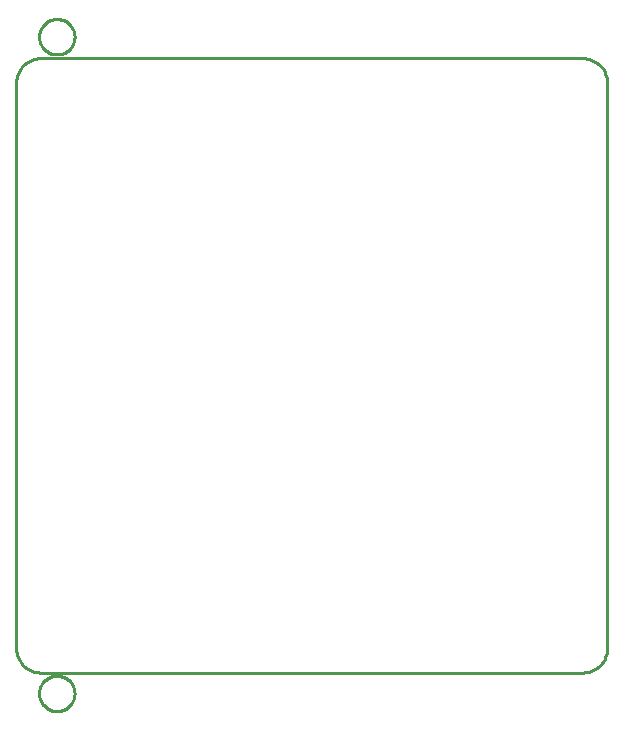
<source format=gbr>
G04 EAGLE Gerber RS-274X export*
G75*
%MOMM*%
%FSLAX34Y34*%
%LPD*%
%IN*%
%IPPOS*%
%AMOC8*
5,1,8,0,0,1.08239X$1,22.5*%
G01*
%ADD10C,0.254000*%


D10*
X0Y20000D02*
X76Y18257D01*
X304Y16527D01*
X681Y14824D01*
X1206Y13160D01*
X1874Y11548D01*
X2680Y10000D01*
X3617Y8528D01*
X4679Y7144D01*
X5858Y5858D01*
X7144Y4679D01*
X8528Y3617D01*
X10000Y2680D01*
X11548Y1874D01*
X13160Y1206D01*
X14824Y681D01*
X16527Y304D01*
X18257Y76D01*
X20000Y0D01*
X480000Y0D01*
X481743Y76D01*
X483473Y304D01*
X485176Y681D01*
X486840Y1206D01*
X488452Y1874D01*
X490000Y2680D01*
X491472Y3617D01*
X492856Y4679D01*
X494142Y5858D01*
X495321Y7144D01*
X496383Y8528D01*
X497321Y10000D01*
X498126Y11548D01*
X498794Y13160D01*
X499319Y14824D01*
X499696Y16527D01*
X499924Y18257D01*
X500000Y20000D01*
X500000Y500000D01*
X499924Y501743D01*
X499696Y503473D01*
X499319Y505176D01*
X498794Y506840D01*
X498126Y508452D01*
X497321Y510000D01*
X496383Y511472D01*
X495321Y512856D01*
X494142Y514142D01*
X492856Y515321D01*
X491472Y516383D01*
X490000Y517321D01*
X488452Y518126D01*
X486840Y518794D01*
X485176Y519319D01*
X483473Y519696D01*
X481743Y519924D01*
X480000Y520000D01*
X20000Y520000D01*
X18257Y519924D01*
X16527Y519696D01*
X14824Y519319D01*
X13160Y518794D01*
X11548Y518126D01*
X10000Y517321D01*
X8528Y516383D01*
X7144Y515321D01*
X5858Y514142D01*
X4679Y512856D01*
X3617Y511472D01*
X2680Y510000D01*
X1874Y508452D01*
X1206Y506840D01*
X681Y505176D01*
X304Y503473D01*
X76Y501743D01*
X0Y500000D01*
X0Y20000D01*
X34786Y553350D02*
X35854Y553274D01*
X36915Y553121D01*
X37962Y552893D01*
X38990Y552591D01*
X39994Y552217D01*
X40969Y551772D01*
X41909Y551258D01*
X42810Y550679D01*
X43668Y550037D01*
X44478Y549335D01*
X45235Y548578D01*
X45937Y547768D01*
X46579Y546910D01*
X47158Y546009D01*
X47672Y545069D01*
X48117Y544094D01*
X48491Y543090D01*
X48793Y542062D01*
X49021Y541015D01*
X49174Y539954D01*
X49250Y538886D01*
X49250Y537814D01*
X49174Y536746D01*
X49021Y535685D01*
X48793Y534638D01*
X48491Y533610D01*
X48117Y532606D01*
X47672Y531631D01*
X47158Y530691D01*
X46579Y529790D01*
X45937Y528932D01*
X45235Y528122D01*
X44478Y527365D01*
X43668Y526663D01*
X42810Y526021D01*
X41909Y525442D01*
X40969Y524928D01*
X39994Y524483D01*
X38990Y524109D01*
X37962Y523807D01*
X36915Y523579D01*
X35854Y523426D01*
X34786Y523350D01*
X33714Y523350D01*
X32646Y523426D01*
X31585Y523579D01*
X30538Y523807D01*
X29510Y524109D01*
X28506Y524483D01*
X27531Y524928D01*
X26591Y525442D01*
X25690Y526021D01*
X24832Y526663D01*
X24022Y527365D01*
X23265Y528122D01*
X22563Y528932D01*
X21921Y529790D01*
X21342Y530691D01*
X20828Y531631D01*
X20383Y532606D01*
X20009Y533610D01*
X19707Y534638D01*
X19479Y535685D01*
X19326Y536746D01*
X19250Y537814D01*
X19250Y538886D01*
X19326Y539954D01*
X19479Y541015D01*
X19707Y542062D01*
X20009Y543090D01*
X20383Y544094D01*
X20828Y545069D01*
X21342Y546009D01*
X21921Y546910D01*
X22563Y547768D01*
X23265Y548578D01*
X24022Y549335D01*
X24832Y550037D01*
X25690Y550679D01*
X26591Y551258D01*
X27531Y551772D01*
X28506Y552217D01*
X29510Y552591D01*
X30538Y552893D01*
X31585Y553121D01*
X32646Y553274D01*
X33714Y553350D01*
X34786Y553350D01*
X34786Y-2650D02*
X35854Y-2726D01*
X36915Y-2879D01*
X37962Y-3107D01*
X38990Y-3409D01*
X39994Y-3783D01*
X40969Y-4228D01*
X41909Y-4742D01*
X42810Y-5321D01*
X43668Y-5963D01*
X44478Y-6665D01*
X45235Y-7422D01*
X45937Y-8232D01*
X46579Y-9090D01*
X47158Y-9991D01*
X47672Y-10931D01*
X48117Y-11906D01*
X48491Y-12910D01*
X48793Y-13938D01*
X49021Y-14985D01*
X49174Y-16046D01*
X49250Y-17114D01*
X49250Y-18186D01*
X49174Y-19254D01*
X49021Y-20315D01*
X48793Y-21362D01*
X48491Y-22390D01*
X48117Y-23394D01*
X47672Y-24369D01*
X47158Y-25309D01*
X46579Y-26210D01*
X45937Y-27068D01*
X45235Y-27878D01*
X44478Y-28635D01*
X43668Y-29337D01*
X42810Y-29979D01*
X41909Y-30558D01*
X40969Y-31072D01*
X39994Y-31517D01*
X38990Y-31891D01*
X37962Y-32193D01*
X36915Y-32421D01*
X35854Y-32574D01*
X34786Y-32650D01*
X33714Y-32650D01*
X32646Y-32574D01*
X31585Y-32421D01*
X30538Y-32193D01*
X29510Y-31891D01*
X28506Y-31517D01*
X27531Y-31072D01*
X26591Y-30558D01*
X25690Y-29979D01*
X24832Y-29337D01*
X24022Y-28635D01*
X23265Y-27878D01*
X22563Y-27068D01*
X21921Y-26210D01*
X21342Y-25309D01*
X20828Y-24369D01*
X20383Y-23394D01*
X20009Y-22390D01*
X19707Y-21362D01*
X19479Y-20315D01*
X19326Y-19254D01*
X19250Y-18186D01*
X19250Y-17114D01*
X19326Y-16046D01*
X19479Y-14985D01*
X19707Y-13938D01*
X20009Y-12910D01*
X20383Y-11906D01*
X20828Y-10931D01*
X21342Y-9991D01*
X21921Y-9090D01*
X22563Y-8232D01*
X23265Y-7422D01*
X24022Y-6665D01*
X24832Y-5963D01*
X25690Y-5321D01*
X26591Y-4742D01*
X27531Y-4228D01*
X28506Y-3783D01*
X29510Y-3409D01*
X30538Y-3107D01*
X31585Y-2879D01*
X32646Y-2726D01*
X33714Y-2650D01*
X34786Y-2650D01*
M02*

</source>
